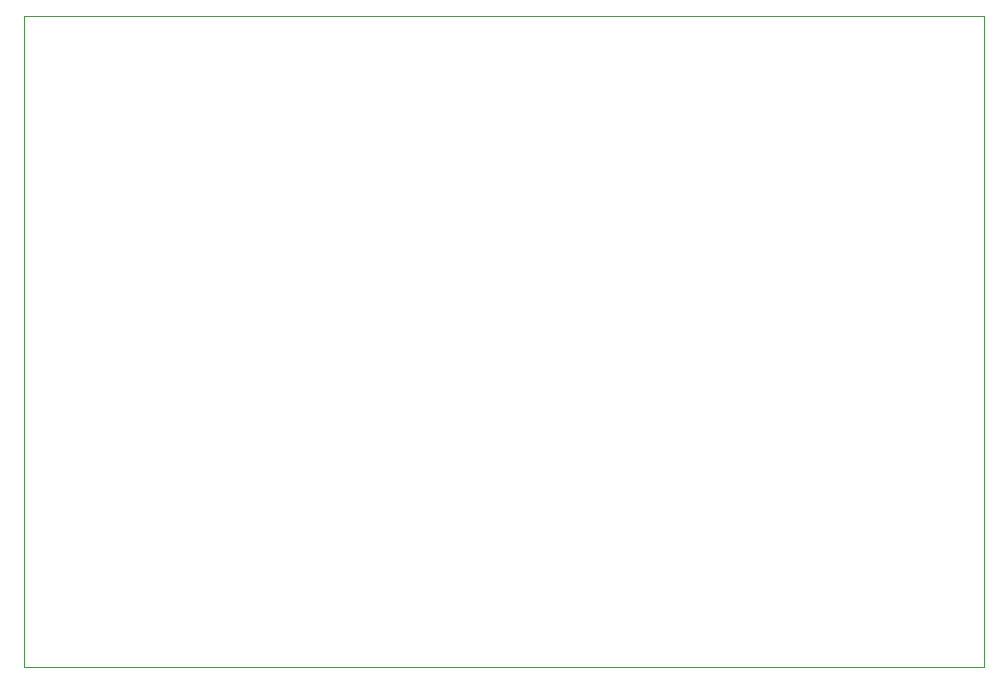
<source format=gm1>
G04 #@! TF.GenerationSoftware,KiCad,Pcbnew,(5.1.10)-1*
G04 #@! TF.CreationDate,2021-11-19T16:29:16+01:00*
G04 #@! TF.ProjectId,WeatherStation,57656174-6865-4725-9374-6174696f6e2e,rev?*
G04 #@! TF.SameCoordinates,Original*
G04 #@! TF.FileFunction,Profile,NP*
%FSLAX46Y46*%
G04 Gerber Fmt 4.6, Leading zero omitted, Abs format (unit mm)*
G04 Created by KiCad (PCBNEW (5.1.10)-1) date 2021-11-19 16:29:16*
%MOMM*%
%LPD*%
G01*
G04 APERTURE LIST*
G04 #@! TA.AperFunction,Profile*
%ADD10C,0.050000*%
G04 #@! TD*
G04 APERTURE END LIST*
D10*
X38100000Y-102616000D02*
X38100000Y-47500000D01*
X119380000Y-102616000D02*
X38100000Y-102616000D01*
X119380000Y-47498000D02*
X119380000Y-102616000D01*
X38100000Y-47500000D02*
X119380000Y-47498000D01*
M02*

</source>
